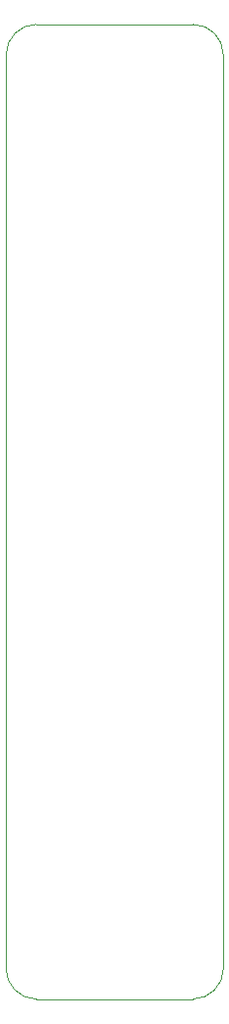
<source format=gbr>
%TF.GenerationSoftware,KiCad,Pcbnew,7.0.5*%
%TF.CreationDate,2024-01-24T07:17:00+02:00*%
%TF.ProjectId,Video Address Selector,56696465-6f20-4416-9464-726573732053,rev?*%
%TF.SameCoordinates,Original*%
%TF.FileFunction,Profile,NP*%
%FSLAX46Y46*%
G04 Gerber Fmt 4.6, Leading zero omitted, Abs format (unit mm)*
G04 Created by KiCad (PCBNEW 7.0.5) date 2024-01-24 07:17:00*
%MOMM*%
%LPD*%
G01*
G04 APERTURE LIST*
%TA.AperFunction,Profile*%
%ADD10C,0.100000*%
%TD*%
G04 APERTURE END LIST*
D10*
%TO.C,J1*%
X112522000Y-132080000D02*
X112522000Y-53340000D01*
X115132188Y-50726268D02*
X128704267Y-50726267D01*
X128704268Y-134693732D02*
X115135733Y-134693733D01*
X131318000Y-132080000D02*
X131317999Y-53339999D01*
X115132188Y-50726268D02*
G75*
G03*
X112518456Y-53340000I-1J-2613731D01*
G01*
X112522000Y-132080000D02*
G75*
G03*
X115135733Y-134693733I2613727J-6D01*
G01*
X131318003Y-53339999D02*
G75*
G03*
X128704267Y-50726267I-2613753J-21D01*
G01*
X128704268Y-134693730D02*
G75*
G03*
X131318000Y-132080000I2J2613730D01*
G01*
%TD*%
M02*

</source>
